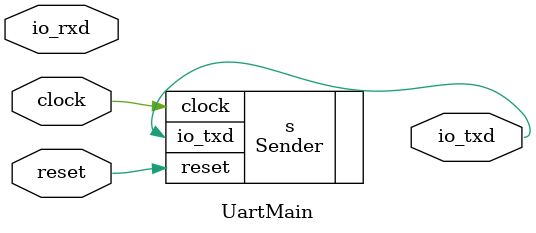
<source format=sv>
module UartMain(
  input  clock,
         reset,
         io_rxd,
  output io_txd
);

  Sender s (
    .clock  (clock),
    .reset  (reset),
    .io_txd (io_txd)
  );
endmodule


</source>
